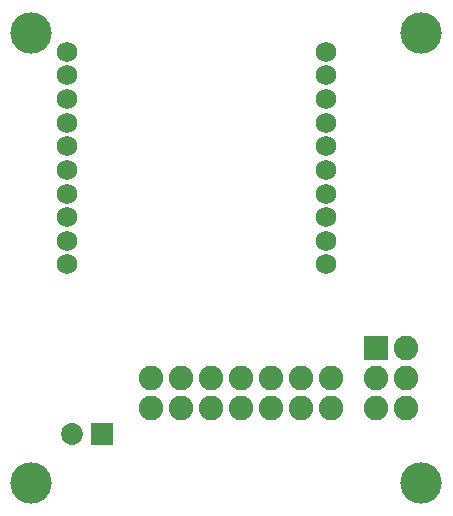
<source format=gbs>
G75*
G70*
%OFA0B0*%
%FSLAX24Y24*%
%IPPOS*%
%LPD*%
%AMOC8*
5,1,8,0,0,1.08239X$1,22.5*
%
%ADD10C,0.0680*%
%ADD11R,0.0820X0.0820*%
%ADD12C,0.0820*%
%ADD13R,0.0730X0.0730*%
%ADD14C,0.0730*%
%ADD15C,0.1380*%
D10*
X002401Y008519D03*
X002401Y009307D03*
X002401Y010094D03*
X002401Y010881D03*
X002401Y011669D03*
X002401Y012456D03*
X002401Y013244D03*
X002401Y014031D03*
X002401Y014818D03*
X002401Y015606D03*
X011063Y015606D03*
X011063Y014818D03*
X011063Y014031D03*
X011063Y013244D03*
X011063Y012456D03*
X011063Y011669D03*
X011063Y010881D03*
X011063Y010094D03*
X011063Y009307D03*
X011063Y008519D03*
D11*
X012732Y005732D03*
D12*
X012732Y004732D03*
X012732Y003732D03*
X013732Y003732D03*
X013732Y004732D03*
X013732Y005732D03*
X011232Y004732D03*
X011232Y003732D03*
X010232Y003732D03*
X010232Y004732D03*
X009232Y004732D03*
X009232Y003732D03*
X008232Y003732D03*
X008232Y004732D03*
X007232Y004732D03*
X007232Y003732D03*
X006232Y003732D03*
X006232Y004732D03*
X005232Y004732D03*
X005232Y003732D03*
D13*
X003582Y002882D03*
D14*
X002582Y002882D03*
D15*
X001232Y001232D03*
X001232Y016232D03*
X014232Y016232D03*
X014232Y001232D03*
M02*

</source>
